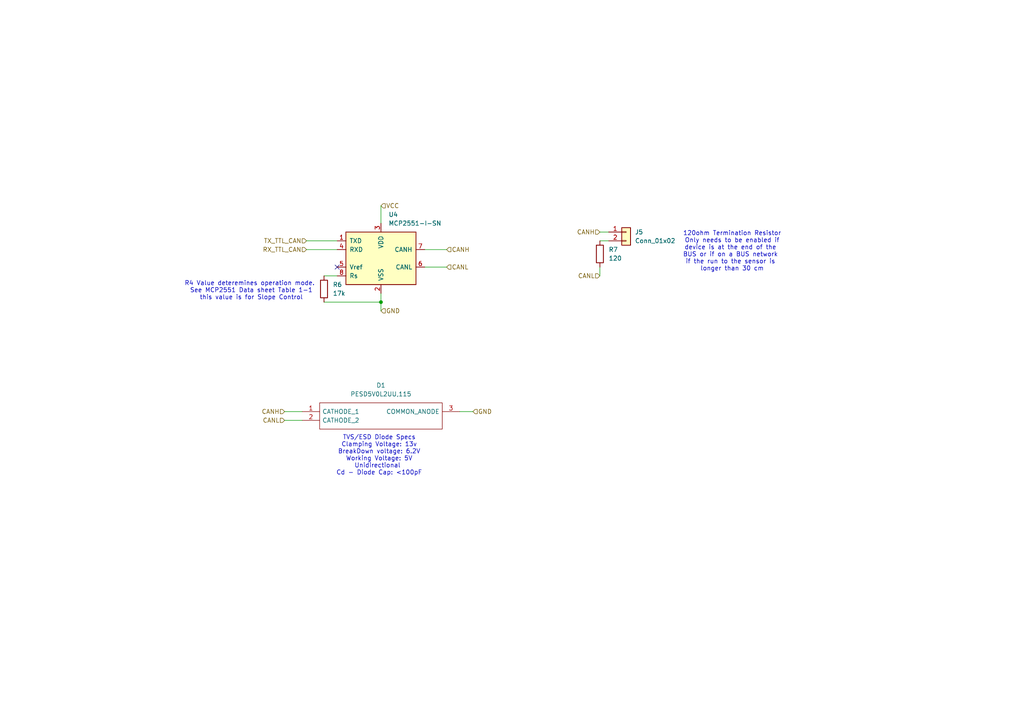
<source format=kicad_sch>
(kicad_sch (version 20231120) (generator "eeschema") (generator_version "8.0")
  (paper "A4")
  (lib_symbols
    (symbol "Connector_Generic:Conn_01x02" (pin_names (offset 1.016) hide)
      (property "Reference" "J" (at 0 2.54 0))
      (property "Value" "Conn_01x02" (at 0 -5.08 0))
      (symbol "Conn_01x02_1_1"
        (rectangle (start -1.27 -2.413) (end 0 -2.667) (stroke (width 0.1524)))
        (rectangle (start -1.27 0.127) (end 0 -0.127) (stroke (width 0.1524)))
        (rectangle (start -1.27 1.27) (end 1.27 -3.81) (stroke (width 0.254)) (fill (type background)))
        (pin passive line (at -5.08 0 0) (length 3.81) (name "Pin_1") (number "1"))
        (pin passive line (at -5.08 -2.54 0) (length 3.81) (name "Pin_2") (number "2"))
      )
    )
    (symbol "Device:R" (pin_numbers hide) (pin_names (offset 0))
      (property "Reference" "R" (at 2.032 0 90))
      (property "Value" "R" (at 0 0 90))
      (symbol "R_0_1"
        (rectangle (start -1.016 -2.54) (end 1.016 2.54) (stroke (width 0.254)))
      )
      (symbol "R_1_1"
        (pin passive line (at 0 3.81 270) (length 1.27) (name "~") (number "1"))
        (pin passive line (at 0 -3.81 90) (length 1.27) (name "~") (number "2"))
      )
    )
    (symbol "Interface_CAN_LIN:MCP2551-I-SN" (pin_names (offset 1.016))
      (property "Reference" "U" (at -10.16 8.89 0))
      (property "Value" "MCP2551-I-SN" (at 2.54 8.89 0))
      (symbol "MCP2551-I-SN_0_1"
        (rectangle (start -10.16 7.62) (end 10.16 -7.62) (stroke (width 0.254)) (fill (type background)))
      )
      (symbol "MCP2551-I-SN_1_1"
        (pin input line (at -12.7 5.08 0) (length 2.54) (name "TXD") (number "1"))
        (pin power_in line (at 0 -10.16 90) (length 2.54) (name "VSS") (number "2"))
        (pin power_in line (at 0 10.16 270) (length 2.54) (name "VDD") (number "3"))
        (pin output line (at -12.7 2.54 0) (length 2.54) (name "RXD") (number "4"))
        (pin power_out line (at -12.7 -2.54 0) (length 2.54) (name "Vref") (number "5"))
        (pin bidirectional line (at 12.7 -2.54 180) (length 2.54) (name "CANL") (number "6"))
        (pin bidirectional line (at 12.7 2.54 180) (length 2.54) (name "CANH") (number "7"))
        (pin input line (at -12.7 -5.08 0) (length 2.54) (name "Rs") (number "8"))
      )
    )
    (symbol "SamacSys_Parts:PESD5V0L2UU,115" (pin_names (offset 0.762))
      (property "Reference" "D" (at 41.91 7.62 0))
      (property "Value" "PESD5V0L2UU,115" (at 41.91 5.08 0))
      (symbol "PESD5V0L2UU,115_0_0"
        (pin passive line (at 0 0 0) (length 5.08) (name "CATHODE_1") (number "1"))
        (pin passive line (at 0 -2.54 0) (length 5.08) (name "CATHODE_2") (number "2"))
        (pin passive line (at 45.72 0 180) (length 5.08) (name "COMMON_ANODE") (number "3"))
      )
      (symbol "PESD5V0L2UU,115_0_1"
        (polyline (pts (xy 5.08 2.54) (xy 40.64 2.54) (xy 40.64 -5.08) (xy 5.08 -5.08) (xy 5.08 2.54)) (stroke (width 0.1524)))
      )
    )
  )
  (junction (at 110.49 87.63))
  (no_connect (at 97.79 77.47))
  (wire (pts (xy 82.55 119.38) (xy 87.63 119.38)))
  (wire (pts (xy 88.9 72.39) (xy 97.79 72.39)))
  (wire (pts (xy 110.49 87.63) (xy 110.49 90.17)))
  (wire (pts (xy 110.49 59.69) (xy 110.49 64.77)))
  (wire (pts (xy 173.99 67.31) (xy 176.53 67.31)))
  (wire (pts (xy 173.99 69.85) (xy 176.53 69.85)))
  (wire (pts (xy 93.98 80.01) (xy 97.79 80.01)))
  (wire (pts (xy 82.55 121.92) (xy 87.63 121.92)))
  (wire (pts (xy 173.99 77.47) (xy 173.99 80.01)))
  (wire (pts (xy 93.98 87.63) (xy 110.49 87.63)))
  (wire (pts (xy 88.9 69.85) (xy 97.79 69.85)))
  (wire (pts (xy 133.35 119.38) (xy 137.16 119.38)))
  (wire (pts (xy 123.19 72.39) (xy 129.54 72.39)))
  (wire (pts (xy 110.49 85.09) (xy 110.49 87.63)))
  (wire (pts (xy 123.19 77.47) (xy 129.54 77.47)))
  (text "TVS/ESD Diode Specs\nClamping Voltage: 13v\nBreakDown voltage: 6.2V\nWorking Voltage: 5V\nUnidirectional \nCd - Diode Cap: <100pF" (at 109.982 132.08 0) (effects (font (size 1.27 1.27))))
  (text "R4 Value deteremines operation mode. \nSee MCP2551 Data sheet Table 1-1\nthis value is for Slope Control" (at 72.898 84.328 0) (effects (font (size 1.27 1.27))))
  (text "120ohm Termination Resistor\nOnly needs to be enabled if\ndevice is at the end of the \nBUS or if on a BUS network \nif the run to the sensor is \nlonger than 30 cm" (at 212.344 72.898 0) (effects (font (size 1.27 1.27))))
  (hierarchical_label "GND" (shape input) (at 137.16 119.38 0))
  (hierarchical_label "CANL" (shape input) (at 129.54 77.47 0))
  (hierarchical_label "CANL" (shape input) (at 82.55 121.92 180))
  (hierarchical_label "CANL" (shape input) (at 173.99 80.01 180))
  (hierarchical_label "RX_TTL_CAN" (shape input) (at 88.9 72.39 180))
  (hierarchical_label "CANH" (shape input) (at 173.99 67.31 180))
  (hierarchical_label "VCC" (shape input) (at 110.49 59.69 0))
  (hierarchical_label "CANH" (shape input) (at 82.55 119.38 180))
  (hierarchical_label "TX_TTL_CAN" (shape input) (at 88.9 69.85 180))
  (hierarchical_label "CANH" (shape input) (at 129.54 72.39 0))
  (hierarchical_label "GND" (shape input) (at 110.49 90.17 0))
  (symbol (lib_id "SamacSys_Parts:PESD5V0L2UU,115") (at 87.63 119.38 0) (unit 1)
    (property "Reference" "D1" (at 110.49 111.76 0))
    (property "Value" "PESD5V0L2UU,115" (at 110.49 114.3 0))
    (property "Footprint" "SOT65P210X110-3N" (effects (hide yes)))
    (property "Description" "Nexperia PESD5V0L2UU,115, Dual-Element Uni-Directional ESD Protection Diode, 70W, 3-Pin SOT-323" (effects (hide yes)))
    (property "Height" "1.1" (effects (hide yes)))
    (property "Mouser Part Number" "771-PESD5V0L2UU115" (effects (hide yes)))
    (property "Mouser Price/Stock" "https://www.mouser.co.uk/ProductDetail/Nexperia/PESD5V0L2UU115?qs=LMSg3oBIm%2FgBNgVxLPicXA%3D%3D" (effects (hide yes)))
    (property "Manufacturer_Name" "Nexperia" (effects (hide yes)))
    (property "Manufacturer_Part_Number" "PESD5V0L2UU,115" (effects (hide yes)))
  )
  (symbol (lib_id "Connector_Generic:Conn_01x02") (at 181.61 67.31 0) (unit 1)
    (property "Reference" "J5" (at 184.15 67.3099 0) (effects (justify left)))
    (property "Value" "Conn_01x02" (at 184.15 69.8499 0) (effects (justify left)))
    (property "Footprint" "Connector_PinHeader_2.54mm:PinHeader_1x02_P2.54mm_Vertical" (effects (hide yes)))
    (property "Description" "Generic connector, single row, 01x02, script generated (kicad-library-utils/schlib/autogen/connector/)" (effects (hide yes)))
  )
  (symbol (lib_id "Interface_CAN_LIN:MCP2551-I-SN") (at 110.49 74.93 0) (unit 1)
    (property "Reference" "U4" (at 112.6841 62.23 0) (effects (justify left)))
    (property "Value" "MCP2551-I-SN" (at 112.6841 64.77 0) (effects (justify left)))
    (property "Footprint" "Package_SO:SOIC-8_3.9x4.9mm_P1.27mm" (effects (hide yes)))
    (property "Datasheet" "http://ww1.microchip.com/downloads/en/devicedoc/21667d.pdf" (effects (hide yes)))
    (property "Description" "High-Speed CAN Transceiver, 1Mbps, 5V supply, SOIC-8" (effects (hide yes)))
  )
  (symbol (lib_id "Device:R") (at 173.99 73.66 0) (unit 1)
    (property "Reference" "R7" (at 176.53 72.3899 0) (effects (justify left)))
    (property "Value" "120" (at 176.53 74.9299 0) (effects (justify left)))
    (property "Footprint" "Resistor_THT:R_Axial_DIN0207_L6.3mm_D2.5mm_P2.54mm_Vertical" (effects (hide yes)))
    (property "Description" "Resistor" (effects (hide yes)))
  )
  (symbol (lib_id "Device:R") (at 93.98 83.82 0) (unit 1)
    (property "Reference" "R6" (at 96.52 82.5499 0) (effects (justify left)))
    (property "Value" "17k" (at 96.52 85.0899 0) (effects (justify left)))
    (property "Footprint" "Resistor_THT:R_Axial_DIN0207_L6.3mm_D2.5mm_P2.54mm_Vertical" (effects (hide yes)))
    (property "Description" "Resistor" (effects (hide yes)))
  )
)
</source>
